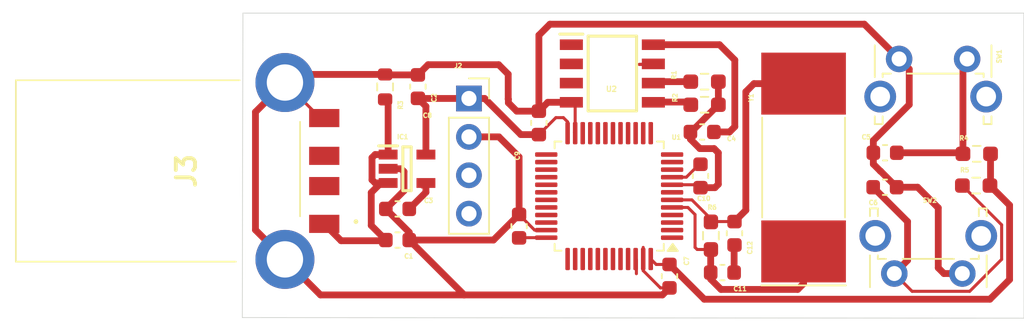
<source format=kicad_pcb>
(kicad_pcb (version 20240108) (generator "pcbnew") (generator_version "8.0")
  (layers (0 "F.Cu" signal) (31 "B.Cu" signal) (34 "B.Paste" user) (35 "F.Paste" user) (36 "B.SilkS" user "B.Silkscreen") (37 "F.SilkS" user "F.Silkscreen") (38 "B.Mask" user) (39 "F.Mask" user) (44 "Edge.Cuts" user))
  (net 0 "")
  (net 2 "GND")
  (net 3 "+3V3")
  (net 5 "/Oled_SDA")
  (net 6 "/Continue")
  (net 8 "/OSC_OUT")
  (net 11 "/EEPROM_SCL")
  (net 13 "/EEPROM_SDA")
  (net 23 "/Oled_SCL")
  (net 38 "/Reset")
  (net 40 "/OSC_IN")
  (net 43 "+5V")
  (net 44 "+3.3V")
  (net 45 "Net-(IC1-BP)")
  (net 48 "Net-(C11-Pad2)")
  (net 50 "unconnected-(U2-WP-Pad7)")
  (footprint "Capacitor_SMD:C_0603_1608Metric" (layer "F.Cu") (at 153.9 92.92 180)
    (property "Reference" "C4" (at -1.94 -0.4475 0) (layer "F.SilkS") (effects (font (size 0.3 0.3) (thickness 0.075) (bold yes))))
    (property "Value" "1.1uF")
    (fp_line (start -0.14058 0.51) (end 0.14058 0.51) (stroke (width 0.12)) (layer "F.SilkS"))
    (fp_line (start -0.14058 -0.51) (end 0.14058 -0.51) (stroke (width 0.12)) (layer "F.SilkS"))
    (pad "1" smd roundrect (at -0.775 0 180) (size 0.9 0.95) (layers "F.Cu" "F.Paste" "F.Mask") (net 3 "+3V3"))
    (pad "2" smd roundrect (at 0.775 0 180) (size 0.9 0.95) (layers "F.Cu" "F.Paste" "F.Mask") (net 2 "GND"))
  )
  (footprint "Package_QFP:LQFP-48_7x7mm_P0.5mm" (layer "F.Cu") (at 147.75 97.1625 180)
    (property "Reference" "U1" (at -4.4425 3.89 0) (layer "F.SilkS") (effects (font (size 0.3 0.3) (thickness 0.075))))
    (property "Value" "STM32F103C8Tx")
    (fp_line (start 3.61 3.61) (end 3.61 3.16) (stroke (width 0.12)) (layer "F.SilkS"))
    (fp_line (start 3.61 -3.61) (end 3.61 -3.16) (stroke (width 0.12)) (layer "F.SilkS"))
    (fp_line (start 3.16 3.61) (end 3.61 3.61) (stroke (width 0.12)) (layer "F.SilkS"))
    (fp_line (start 3.16 -3.61) (end 3.61 -3.61) (stroke (width 0.12)) (layer "F.SilkS"))
    (fp_line (start -3.16 3.61) (end -3.61 3.61) (stroke (width 0.12)) (layer "F.SilkS"))
    (fp_line (start -3.16 -3.61) (end -3.61 -3.61) (stroke (width 0.12)) (layer "F.SilkS"))
    (fp_line (start -3.61 3.61) (end -3.61 3.16) (stroke (width 0.12)) (layer "F.SilkS"))
    (fp_line (start -3.61 -3.61) (end -3.61 -3.16) (stroke (width 0.12)) (layer "F.SilkS"))
    (fp_poly (pts (xy -4.2 -3.16) (xy -4.54 -3.63) (xy -3.86 -3.63) (xy -4.2 -3.16)) (stroke (width 0.12)) (fill solid) (layer "F.SilkS"))
    (pad "1" smd roundrect (at -4.1625 -2.75 180) (size 1.475 0.3) (layers "F.Cu" "F.Paste" "F.Mask"))
    (pad "2" smd roundrect (at -4.1625 -2.25 180) (size 1.475 0.3) (layers "F.Cu" "F.Paste" "F.Mask"))
    (pad "3" smd roundrect (at -4.1625 -1.75 180) (size 1.475 0.3) (layers "F.Cu" "F.Paste" "F.Mask"))
    (pad "4" smd roundrect (at -4.1625 -1.25 180) (size 1.475 0.3) (layers "F.Cu" "F.Paste" "F.Mask"))
    (pad "5" smd roundrect (at -4.1625 -0.75 180) (size 1.475 0.3) (layers "F.Cu" "F.Paste" "F.Mask") (net 40 "/OSC_IN"))
    (pad "6" smd roundrect (at -4.1625 -0.25 180) (size 1.475 0.3) (layers "F.Cu" "F.Paste" "F.Mask") (net 8 "/OSC_OUT"))
    (pad "7" smd roundrect (at -4.1625 0.25 180) (size 1.475 0.3) (layers "F.Cu" "F.Paste" "F.Mask"))
    (pad "8" smd roundrect (at -4.1625 0.75 180) (size 1.475 0.3) (layers "F.Cu" "F.Paste" "F.Mask") (net 2 "GND"))
    (pad "9" smd roundrect (at -4.1625 1.25 180) (size 1.475 0.3) (layers "F.Cu" "F.Paste" "F.Mask") (net 44 "+3.3V"))
    (pad "10" smd roundrect (at -4.1625 1.75 180) (size 1.475 0.3) (layers "F.Cu" "F.Paste" "F.Mask"))
    (pad "11" smd roundrect (at -4.1625 2.25 180) (size 1.475 0.3) (layers "F.Cu" "F.Paste" "F.Mask"))
    (pad "12" smd roundrect (at -4.1625 2.75 180) (size 1.475 0.3) (layers "F.Cu" "F.Paste" "F.Mask"))
    (pad "13" smd roundrect (at -2.75 4.1625 180) (size 0.3 1.475) (layers "F.Cu" "F.Paste" "F.Mask"))
    (pad "14" smd roundrect (at -2.25 4.1625 180) (size 0.3 1.475) (layers "F.Cu" "F.Paste" "F.Mask"))
    (pad "15" smd roundrect (at -1.75 4.1625 180) (size 0.3 1.475) (layers "F.Cu" "F.Paste" "F.Mask") (net 38 "/Reset"))
    (pad "16" smd roundrect (at -1.25 4.1625 180) (size 0.3 1.475) (layers "F.Cu" "F.Paste" "F.Mask") (net 6 "/Continue"))
    (pad "17" smd roundrect (at -0.75 4.1625 180) (size 0.3 1.475) (layers "F.Cu" "F.Paste" "F.Mask"))
    (pad "18" smd roundrect (at -0.25 4.1625 180) (size 0.3 1.475) (layers "F.Cu" "F.Paste" "F.Mask"))
    (pad "19" smd roundrect (at 0.25 4.1625 180) (size 0.3 1.475) (layers "F.Cu" "F.Paste" "F.Mask"))
    (pad "20" smd roundrect (at 0.75 4.1625 180) (size 0.3 1.475) (layers "F.Cu" "F.Paste" "F.Mask"))
    (pad "21" smd roundrect (at 1.25 4.1625 180) (size 0.3 1.475) (layers "F.Cu" "F.Paste" "F.Mask") (net 11 "/EEPROM_SCL"))
    (pad "22" smd roundrect (at 1.75 4.1625 180) (size 0.3 1.475) (layers "F.Cu" "F.Paste" "F.Mask") (net 13 "/EEPROM_SDA"))
    (pad "23" smd roundrect (at 2.25 4.1625 180) (size 0.3 1.475) (layers "F.Cu" "F.Paste" "F.Mask") (net 2 "GND"))
    (pad "24" smd roundrect (at 2.75 4.1625 180) (size 0.3 1.475) (layers "F.Cu" "F.Paste" "F.Mask") (net 44 "+3.3V"))
    (pad "25" smd roundrect (at 4.1625 2.75 180) (size 1.475 0.3) (layers "F.Cu" "F.Paste" "F.Mask"))
    (pad "26" smd roundrect (at 4.1625 2.25 180) (size 1.475 0.3) (layers "F.Cu" "F.Paste" "F.Mask"))
    (pad "27" smd roundrect (at 4.1625 1.75 180) (size 1.475 0.3) (layers "F.Cu" "F.Paste" "F.Mask"))
    (pad "28" smd roundrect (at 4.1625 1.25 180) (size 1.475 0.3) (layers "F.Cu" "F.Paste" "F.Mask"))
    (pad "29" smd roundrect (at 4.1625 0.75 180) (size 1.475 0.3) (layers "F.Cu" "F.Paste" "F.Mask"))
    (pad "30" smd roundrect (at 4.1625 0.25 180) (size 1.475 0.3) (layers "F.Cu" "F.Paste" "F.Mask"))
    (pad "31" smd roundrect (at 4.1625 -0.25 180) (size 1.475 0.3) (layers "F.Cu" "F.Paste" "F.Mask"))
    (pad "32" smd roundrect (at 4.1625 -0.75 180) (size 1.475 0.3) (layers "F.Cu" "F.Paste" "F.Mask"))
    (pad "33" smd roundrect (at 4.1625 -1.25 180) (size 1.475 0.3) (layers "F.Cu" "F.Paste" "F.Mask"))
    (pad "34" smd roundrect (at 4.1625 -1.75 180) (size 1.475 0.3) (layers "F.Cu" "F.Paste" "F.Mask"))
    (pad "35" smd roundrect (at 4.1625 -2.25 180) (size 1.475 0.3) (layers "F.Cu" "F.Paste" "F.Mask") (net 2 "GND"))
    (pad "36" smd roundrect (at 4.1625 -2.75 180) (size 1.475 0.3) (layers "F.Cu" "F.Paste" "F.Mask") (net 44 "+3.3V"))
    (pad "37" smd roundrect (at 2.75 -4.1625 180) (size 0.3 1.475) (layers "F.Cu" "F.Paste" "F.Mask"))
    (pad "38" smd roundrect (at 2.25 -4.1625 180) (size 0.3 1.475) (layers "F.Cu" "F.Paste" "F.Mask"))
    (pad "39" smd roundrect (at 1.75 -4.1625 180) (size 0.3 1.475) (layers "F.Cu" "F.Paste" "F.Mask"))
    (pad "40" smd roundrect (at 1.25 -4.1625 180) (size 0.3 1.475) (layers "F.Cu" "F.Paste" "F.Mask"))
    (pad "41" smd roundrect (at 0.75 -4.1625 180) (size 0.3 1.475) (layers "F.Cu" "F.Paste" "F.Mask"))
    (pad "42" smd roundrect (at 0.25 -4.1625 180) (size 0.3 1.475) (layers "F.Cu" "F.Paste" "F.Mask"))
    (pad "43" smd roundrect (at -0.25 -4.1625 180) (size 0.3 1.475) (layers "F.Cu" "F.Paste" "F.Mask"))
    (pad "44" smd roundrect (at -0.75 -4.1625 180) (size 0.3 1.475) (layers "F.Cu" "F.Paste" "F.Mask"))
    (pad "45" smd roundrect (at -1.25 -4.1625 180) (size 0.3 1.475) (layers "F.Cu" "F.Paste" "F.Mask") (net 23 "/Oled_SCL"))
    (pad "46" smd roundrect (at -1.75 -4.1625 180) (size 0.3 1.475) (layers "F.Cu" "F.Paste" "F.Mask") (net 5 "/Oled_SDA"))
    (pad "47" smd roundrect (at -2.25 -4.1625 180) (size 0.3 1.475) (layers "F.Cu" "F.Paste" "F.Mask") (net 2 "GND"))
    (pad "48" smd roundrect (at -2.75 -4.1625 180) (size 0.3 1.475) (layers "F.Cu" "F.Paste" "F.Mask") (net 44 "+3.3V"))
  )
  (footprint "Connector_PinSocket_2.54mm:PinSocket_1x04_P2.54mm_Vertical" (layer "F.Cu") (at 138.4725 90.705)
    (property "Reference" "J2" (at -0.7125 -2.155 0) (layer "F.SilkS") (effects (font (size 0.3 0.3) (thickness 0.075))))
    (property "Value" "Conn_01x04_Pin")
    (fp_line (start -1.33 1.27) (end -1.33 8.95) (stroke (width 0.12)) (layer "F.SilkS"))
    (fp_line (start -1.33 1.27) (end 1.33 1.27) (stroke (width 0.12)) (layer "F.SilkS"))
    (fp_line (start -1.33 8.95) (end 1.33 8.95) (stroke (width 0.12)) (layer "F.SilkS"))
    (fp_line (start 0 -1.33) (end 1.33 -1.33) (stroke (width 0.12)) (layer "F.SilkS"))
    (fp_line (start 1.33 -1.33) (end 1.33 0) (stroke (width 0.12)) (layer "F.SilkS"))
    (fp_line (start 1.33 1.27) (end 1.33 8.95) (stroke (width 0.12)) (layer "F.SilkS"))
    (pad "1" thru_hole rect (at 0 0) (size 1.7 1.7) (drill 1) (layers "*.Cu" "*.Mask") (net 44 "+3.3V"))
    (pad "2" thru_hole oval (at 0 2.54) (size 1.7 1.7) (drill 1) (layers "*.Cu" "*.Mask") (net 2 "GND"))
    (pad "3" thru_hole oval (at 0 5.08) (size 1.7 1.7) (drill 1) (layers "*.Cu" "*.Mask") (net 23 "/Oled_SCL"))
    (pad "4" thru_hole oval (at 0 7.62) (size 1.7 1.7) (drill 1) (layers "*.Cu" "*.Mask") (net 5 "/Oled_SDA"))
  )
  (footprint "Resistor_SMD:R_0603_1608Metric_Pad0.98x0.95mm_HandSolder" (layer "F.Cu") (at 154.06 89.5925 180)
    (property "Reference" "R1" (at 2.02 0.4425 90) (layer "F.SilkS") (effects (font (size 0.3 0.3) (thickness 0.075) (bold yes))))
    (property "Value" "10K")
    (fp_line (start -0.254724 0.5225) (end 0.254724 0.5225) (stroke (width 0.12)) (layer "F.SilkS"))
    (fp_line (start -0.254724 -0.5225) (end 0.254724 -0.5225) (stroke (width 0.12)) (layer "F.SilkS"))
    (pad "1" smd roundrect (at -0.9125 0 180) (size 0.975 0.95) (layers "F.Cu" "F.Paste" "F.Mask") (net 2 "GND"))
    (pad "2" smd roundrect (at 0.9125 0 180) (size 0.975 0.95) (layers "F.Cu" "F.Paste" "F.Mask") (net 11 "/EEPROM_SCL"))
  )
  (footprint "Capacitor_SMD:C_0603_1608Metric" (layer "F.Cu") (at 135.0964 89.9201 90)
    (property "Reference" "C2" (at -0.745 1.07 90) (layer "F.SilkS") (effects (font (size 0.3 0.3) (thickness 0.075))))
    (property "Value" "2.2uF")
    (fp_line (start -0.14058 -0.51) (end 0.14058 -0.51) (stroke (width 0.12)) (layer "F.SilkS"))
    (fp_line (start -0.14058 0.51) (end 0.14058 0.51) (stroke (width 0.12)) (layer "F.SilkS"))
    (pad "1" smd roundrect (at -0.775 0 90) (size 0.9 0.95) (layers "F.Cu" "F.Paste" "F.Mask") (net 44 "+3.3V"))
    (pad "2" smd roundrect (at 0.775 0 90) (size 0.9 0.95) (layers "F.Cu" "F.Paste" "F.Mask") (net 2 "GND"))
  )
  (footprint "Capacitor_SMD:C_0603_1608Metric" (layer "F.Cu") (at 153.79 95.83 -90)
    (property "Reference" "C10" (at 1.49 -0.22 0) (layer "F.SilkS") (effects (font (size 0.3 0.3) (thickness 0.075))))
    (property "Value" "100 nF")
    (fp_line (start -0.14058 0.51) (end 0.14058 0.51) (stroke (width 0.12)) (layer "F.SilkS"))
    (fp_line (start -0.14058 -0.51) (end 0.14058 -0.51) (stroke (width 0.12)) (layer "F.SilkS"))
    (pad "1" smd roundrect (at -0.775 0 270) (size 0.9 0.95) (layers "F.Cu" "F.Paste" "F.Mask") (net 44 "+3.3V"))
    (pad "2" smd roundrect (at 0.775 0 270) (size 0.9 0.95) (layers "F.Cu" "F.Paste" "F.Mask") (net 2 "GND"))
  )
  (footprint "Capacitor_SMD:C_0603_1608Metric" (layer "F.Cu") (at 133.75 100.07)
    (property "Reference" "C1" (at 0.74 1.07 0) (layer "F.SilkS") (effects (font (size 0.3 0.3) (thickness 0.075) (bold yes))))
    (property "Value" "2.2uF")
    (fp_line (start -0.14058 -0.51) (end 0.14058 -0.51) (stroke (width 0.12)) (layer "F.SilkS"))
    (fp_line (start -0.14058 0.51) (end 0.14058 0.51) (stroke (width 0.12)) (layer "F.SilkS"))
    (pad "1" smd roundrect (at -0.775 0) (size 0.9 0.95) (layers "F.Cu" "F.Paste" "F.Mask") (net 43 "+5V"))
    (pad "2" smd roundrect (at 0.775 0) (size 0.9 0.95) (layers "F.Cu" "F.Paste" "F.Mask") (net 2 "GND"))
  )
  (footprint "Resistor_SMD:R_0603_1608Metric_Pad0.98x0.95mm_HandSolder" (layer "F.Cu") (at 172.065 94.36625 180)
    (property "Reference" "R4" (at 0.8425 1.03 0) (layer "F.SilkS") (effects (font (size 0.3 0.3) (thickness 0.075))))
    (property "Value" "10k")
    (fp_line (start -0.254724 0.5225) (end 0.254724 0.5225) (stroke (width 0.12)) (layer "F.SilkS"))
    (fp_line (start -0.254724 -0.5225) (end 0.254724 -0.5225) (stroke (width 0.12)) (layer "F.SilkS"))
    (pad "1" smd roundrect (at -0.9125 0 180) (size 0.975 0.95) (layers "F.Cu" "F.Paste" "F.Mask") (net 44 "+3.3V"))
    (pad "2" smd roundrect (at 0.9125 0 180) (size 0.975 0.95) (layers "F.Cu" "F.Paste" "F.Mask") (net 38 "/Reset"))
  )
  (footprint "Button_Switch_THT:SW_Tactile_SPST_Angled_PTS645Vx39-2LFS" (layer "F.Cu") (at 171.1125 102.28625 180)
    (property "Reference" "SW2" (at 2.1525 4.83625 180) (layer "F.SilkS") (effects (font (size 0.3 0.3) (thickness 0.075))))
    (property "Value" "Continue")
    (fp_line (start 6.11 3.8) (end 6.11 4.31) (stroke (width 0.12)) (layer "F.SilkS"))
    (fp_line (start 6.11 -0.9) (end 6.11 1.2) (stroke (width 0.12)) (layer "F.SilkS"))
    (fp_line (start 5.59 4.31) (end 6.11 4.31) (stroke (width 0.12)) (layer "F.SilkS"))
    (fp_line (start 5.59 3.8) (end 5.59 4.31) (stroke (width 0.12)) (layer "F.SilkS"))
    (fp_line (start 5.59 0.97) (end 5.59 1.2) (stroke (width 0.12)) (layer "F.SilkS"))
    (fp_line (start 5.05 0.97) (end 5.59 0.97) (stroke (width 0.12)) (layer "F.SilkS"))
    (fp_line (start 0.55 0.97) (end 3.95 0.97) (stroke (width 0.12)) (layer "F.SilkS"))
    (fp_line (start -1.09 3.8) (end -1.09 4.31) (stroke (width 0.12)) (layer "F.SilkS"))
    (fp_line (start -1.09 0.97) (end -0.55 0.97) (stroke (width 0.12)) (layer "F.SilkS"))
    (fp_line (start -1.09 0.97) (end -1.09 1.2) (stroke (width 0.12)) (layer "F.SilkS"))
    (fp_line (start -1.61 4.31) (end -1.09 4.31) (stroke (width 0.12)) (layer "F.SilkS"))
    (fp_line (start -1.61 3.8) (end -1.61 4.31) (stroke (width 0.12)) (layer "F.SilkS"))
    (fp_line (start -1.61 -0.9) (end -1.61 1.2) (stroke (width 0.12)) (layer "F.SilkS"))
    (pad "" thru_hole circle (at -1.25 2.49 180) (size 2.1 2.1) (drill 1.3) (layers "*.Cu" "*.Mask"))
    (pad "" thru_hole circle (at 5.76 2.49 180) (size 2.1 2.1) (drill 1.3) (layers "*.Cu" "*.Mask"))
    (pad "1" thru_hole circle (at 0 0 180) (size 1.75 1.75) (drill 0.99) (layers "*.Cu" "*.Mask") (net 2 "GND"))
    (pad "2" thru_hole circle (at 4.5 0 180) (size 1.75 1.75) (drill 0.99) (layers "*.Cu" "*.Mask") (net 6 "/Continue"))
  )
  (footprint "Capacitor_SMD:C_0603_1608Metric" (layer "F.Cu") (at 156.04 99.6225 90)
    (property "Reference" "C12" (at -0.96 1.02 -90) (layer "F.SilkS") (effects (font (size 0.3 0.3) (thickness 0.075))))
    (property "Value" "C_Small")
    (fp_line (start -0.14058 -0.51) (end 0.14058 -0.51) (stroke (width 0.12)) (layer "F.SilkS"))
    (fp_line (start -0.14058 0.51) (end 0.14058 0.51) (stroke (width 0.12)) (layer "F.SilkS"))
    (pad "1" smd roundrect (at -0.775 0 90) (size 0.9 0.95) (layers "F.Cu" "F.Paste" "F.Mask") (net 48 "Net-(C11-Pad2)"))
    (pad "2" smd roundrect (at 0.775 0 90) (size 0.9 0.95) (layers "F.Cu" "F.Paste" "F.Mask") (net 8 "/OSC_OUT"))
  )
  (footprint "Capacitor_SMD:C_0603_1608Metric" (layer "F.Cu") (at 166 94.29625 180)
    (property "Reference" "C5" (at 1.25 1.04 0) (layer "F.SilkS") (effects (font (size 0.3 0.3) (thickness 0.075))))
    (property "Value" "10uF")
    (fp_line (start -0.14058 0.51) (end 0.14058 0.51) (stroke (width 0.12)) (layer "F.SilkS"))
    (fp_line (start -0.14058 -0.51) (end 0.14058 -0.51) (stroke (width 0.12)) (layer "F.SilkS"))
    (pad "1" smd roundrect (at -0.775 0 180) (size 0.9 0.95) (layers "F.Cu" "F.Paste" "F.Mask") (net 38 "/Reset"))
    (pad "2" smd roundrect (at 0.775 0 180) (size 0.9 0.95) (layers "F.Cu" "F.Paste" "F.Mask") (net 2 "GND"))
  )
  (footprint "Button_Switch_THT:SW_Tactile_SPST_Angled_PTS645Vx39-2LFS" (layer "F.Cu") (at 166.93 88.09)
    (property "Reference" "SW1" (at 6.62 -0.17 90) (layer "F.SilkS") (effects (font (size 0.3 0.3) (thickness 0.075))))
    (property "Value" "Reset")
    (fp_line (start -1.61 -0.9) (end -1.61 1.2) (stroke (width 0.12)) (layer "F.SilkS"))
    (fp_line (start -1.61 3.8) (end -1.61 4.31) (stroke (width 0.12)) (layer "F.SilkS"))
    (fp_line (start -1.61 4.31) (end -1.09 4.31) (stroke (width 0.12)) (layer "F.SilkS"))
    (fp_line (start -1.09 0.97) (end -1.09 1.2) (stroke (width 0.12)) (layer "F.SilkS"))
    (fp_line (start -1.09 0.97) (end -0.55 0.97) (stroke (width 0.12)) (layer "F.SilkS"))
    (fp_line (start -1.09 3.8) (end -1.09 4.31) (stroke (width 0.12)) (layer "F.SilkS"))
    (fp_line (start 0.55 0.97) (end 3.95 0.97) (stroke (width 0.12)) (layer "F.SilkS"))
    (fp_line (start 5.05 0.97) (end 5.59 0.97) (stroke (width 0.12)) (layer "F.SilkS"))
    (fp_line (start 5.59 0.97) (end 5.59 1.2) (stroke (width 0.12)) (layer "F.SilkS"))
    (fp_line (start 5.59 3.8) (end 5.59 4.31) (stroke (width 0.12)) (layer "F.SilkS"))
    (fp_line (start 5.59 4.31) (end 6.11 4.31) (stroke (width 0.12)) (layer "F.SilkS"))
    (fp_line (start 6.11 -0.9) (end 6.11 1.2) (stroke (width 0.12)) (layer "F.SilkS"))
    (fp_line (start 6.11 3.8) (end 6.11 4.31) (stroke (width 0.12)) (layer "F.SilkS"))
    (pad "" thru_hole circle (at -1.25 2.49) (size 2.1 2.1) (drill 1.3) (layers "*.Cu" "*.Mask"))
    (pad "" thru_hole circle (at 5.76 2.49) (size 2.1 2.1) (drill 1.3) (layers "*.Cu" "*.Mask"))
    (pad "1" thru_hole circle (at 0 0) (size 1.75 1.75) (drill 0.99) (layers "*.Cu" "*.Mask") (net 2 "GND"))
    (pad "2" thru_hole circle (at 4.5 0) (size 1.75 1.75) (drill 0.99) (layers "*.Cu" "*.Mask") (net 38 "/Reset"))
  )
  (footprint "Resistor_SMD:R_0603_1608Metric_Pad0.98x0.95mm_HandSolder" (layer "F.Cu") (at 154.48 99.7825 90)
    (property "Reference" "R6" (at 1.8725 0.08 180) (layer "F.SilkS") (effects (font (size 0.3 0.3) (thickness 0.075))))
    (property "Value" "R")
    (fp_line (start -0.254724 -0.5225) (end 0.254724 -0.5225) (stroke (width 0.12)) (layer "F.SilkS"))
    (fp_line (start -0.254724 0.5225) (end 0.254724 0.5225) (stroke (width 0.12)) (layer "F.SilkS"))
    (pad "1" smd roundrect (at -0.9125 0 90) (size 0.975 0.95) (layers "F.Cu" "F.Paste" "F.Mask") (net 40 "/OSC_IN"))
    (pad "2" smd roundrect (at 0.9125 0 90) (size 0.975 0.95) (layers "F.Cu" "F.Paste" "F.Mask") (net 8 "/OSC_OUT"))
  )
  (footprint "Capacitor_SMD:C_0603_1608Metric" (layer "F.Cu") (at 133.75 98.01 180)
    (property "Reference" "C3" (at -2.05 0.55 0) (layer "F.SilkS") (effects (font (size 0.3 0.3) (thickness 0.075) (bold yes))))
    (property "Value" "22nF")
    (fp_line (start -0.14058 0.51) (end 0.14058 0.51) (stroke (width 0.12)) (layer "F.SilkS"))
    (fp_line (start -0.14058 -0.51) (end 0.14058 -0.51) (stroke (width 0.12)) (layer "F.SilkS"))
    (pad "1" smd roundrect (at -0.775 0 180) (size 0.9 0.95) (layers "F.Cu" "F.Paste" "F.Mask") (net 45 "Net-(IC1-BP)"))
    (pad "2" smd roundrect (at 0.775 0 180) (size 0.9 0.95) (layers "F.Cu" "F.Paste" "F.Mask") (net 2 "GND"))
  )
  (footprint "Capacitor_SMD:C_0603_1608Metric" (layer "F.Cu") (at 165.99 96.57625)
    (property "Reference" "C6" (at -0.77 1.02 0) (layer "F.SilkS") (effects (font (size 0.3 0.3) (thickness 0.075))))
    (property "Value" "10uF")
    (fp_line (start -0.14058 -0.51) (end 0.14058 -0.51) (stroke (width 0.12)) (layer "F.SilkS"))
    (fp_line (start -0.14058 0.51) (end 0.14058 0.51) (stroke (width 0.12)) (layer "F.SilkS"))
    (pad "1" smd roundrect (at -0.775 0) (size 0.9 0.95) (layers "F.Cu" "F.Paste" "F.Mask") (net 6 "/Continue"))
    (pad "2" smd roundrect (at 0.775 0) (size 0.9 0.95) (layers "F.Cu" "F.Paste" "F.Mask") (net 2 "GND"))
  )
  (footprint "Capacitor_SMD:C_0603_1608Metric" (layer "F.Cu") (at 141.79 99.15 90)
    (property "Reference" "C8" (at 7.32 -6.0675 0) (layer "F.SilkS") (effects (font (size 0.3 0.3) (thickness 0.075))))
    (property "Value" "100 nF")
    (fp_line (start -0.14058 -0.51) (end 0.14058 -0.51) (stroke (width 0.12)) (layer "F.SilkS"))
    (fp_line (start -0.14058 0.51) (end 0.14058 0.51) (stroke (width 0.12)) (layer "F.SilkS"))
    (pad "1" smd roundrect (at -0.775 0 90) (size 0.9 0.95) (layers "F.Cu" "F.Paste" "F.Mask") (net 44 "+3.3V"))
    (pad "2" smd roundrect (at 0.775 0 90) (size 0.9 0.95) (layers "F.Cu" "F.Paste" "F.Mask") (net 2 "GND"))
  )
  (footprint "USBA_Male_connector:480372100" (layer "F.Cu") (at 117.9 95.5 -90)
    (property "Reference" "J3" (at 0 -1.875 90) (layer "F.SilkS") (effects (font (size 1.27 1.27) (thickness 0.254))))
    (property "Value" "48037-2100" (hide yes))
    (fp_line (start -6 9.4) (end -6 9.4) (stroke (width 0.1)) (layer "F.SilkS"))
    (fp_line (start -6 9.4) (end -6 9.4) (stroke (width 0.1)) (layer "F.SilkS"))
    (fp_line (start -6 9.4) (end 6 9.4) (stroke (width 0.1)) (layer "F.SilkS"))
    (fp_line (start -6 9.4) (end -6 -5.4) (stroke (width 0.1)) (layer "F.SilkS"))
    (fp_line (start 6 9.4) (end -6 9.4) (stroke (width 0.1)) (layer "F.SilkS"))
    (fp_line (start 6 9.4) (end 6 9.4) (stroke (width 0.1)) (layer "F.SilkS"))
    (fp_line (start 6 9.4) (end 6 9.4) (stroke (width 0.1)) (layer "F.SilkS"))
    (fp_line (start 6 9.4) (end 6 -5.15) (stroke (width 0.1)) (layer "F.SilkS"))
    (fp_line (start 6 -5.15) (end 6 9.4) (stroke (width 0.1)) (layer "F.SilkS"))
    (fp_line (start 6 -5.15) (end 6 -5.15) (stroke (width 0.1)) (layer "F.SilkS"))
    (fp_line (start -6 -5.4) (end -6 9.4) (stroke (width 0.1)) (layer "F.SilkS"))
    (fp_line (start -6 -5.4) (end -6 -5.4) (stroke (width 0.1)) (layer "F.SilkS"))
    (fp_line (start -3.25 -9.4) (end -3.25 -9.4) (stroke (width 0.1)) (layer "F.SilkS"))
    (fp_line (start -3.25 -9.4) (end 3 -9.4) (stroke (width 0.1)) (layer "F.SilkS"))
    (fp_line (start 3 -9.4) (end -3.25 -9.4) (stroke (width 0.1)) (layer "F.SilkS"))
    (fp_line (start 3 -9.4) (end 3 -9.4) (stroke (width 0.1)) (layer "F.SilkS"))
    (fp_line (start 3.3 -13.1) (end 3.3 -13.1) (stroke (width 0.2)) (layer "F.SilkS"))
    (fp_line (start 3.3 -13.1) (end 3.3 -13.1) (stroke (width 0.2)) (layer "F.SilkS"))
    (fp_line (start 3.4 -13.1) (end 3.4 -13.1) (stroke (width 0.2)) (layer "F.SilkS"))
    (fp_arc (start 3.3 -13.1) (mid 3.35 -13.15) (end 3.4 -13.1) (stroke (width 0.2)) (layer "F.SilkS"))
    (fp_arc (start 3.4 -13.1) (mid 3.35 -13.05) (end 3.3 -13.1) (stroke (width 0.2)) (layer "F.SilkS"))
    (fp_arc (start 3.4 -13.1) (mid 3.35 -13.05) (end 3.3 -13.1) (stroke (width 0.2)) (layer "F.SilkS"))
    (pad "" np_thru_hole circle (at -2.25 -8.4 270) (size 1.1 1.1) (drill 1.1) (layers "*.Cu" "*.Mask"))
    (pad "" np_thru_hole circle (at 2.25 -8.4 270) (size 1.1 1.1) (drill 1.1) (layers "*.Cu" "*.Mask"))
    (pad "1" smd rect (at 3.5 -11 270) (size 1.2 2) (layers "F.Cu" "F.Paste" "F.Mask") (net 43 "+5V"))
    (pad "2" smd rect (at 1 -11 270) (size 1.2 2) (layers "F.Cu" "F.Paste" "F.Mask"))
    (pad "3" smd rect (at -1 -11 270) (size 1.2 2) (layers "F.Cu" "F.Paste" "F.Mask"))
    (pad "4" smd rect (at -3.5 -11 270) (size 1.2 2) (layers "F.Cu" "F.Paste" "F.Mask") (net 2 "GND"))
    (pad "MH1" thru_hole circle (at 5.85 -8.4 270) (size 3.9 3.9) (drill 2.404) (layers "*.Cu" "*.Mask") (net 2 "GND"))
    (pad "MH2" thru_hole circle (at -5.85 -8.4 270) (size 3.9 3.9) (drill 2.404) (layers "*.Cu" "*.Mask") (net 2 "GND"))
  )
  (footprint "KiCad:SOT94P279X130-5N" (layer "F.Cu") (at 134.3764 95.3551)
    (property "Reference" "IC1" (at -0.29 -2.11 0) (layer "F.SilkS") (effects (font (size 0.3 0.3))))
    (property "Value" "RT9193-33GB" (hide yes))
    (fp_line (start -1.875 -1.514) (end -0.625 -1.514) (stroke (width 0.2)) (layer "F.SilkS"))
    (fp_line (start -0.275 -1.448) (end 0.275 -1.448) (stroke (width 0.2)) (layer "F.SilkS"))
    (fp_line (start -0.275 1.448) (end -0.275 -1.448) (stroke (width 0.2)) (layer "F.SilkS"))
    (fp_line (start 0.275 -1.448) (end 0.275 1.448) (stroke (width 0.2)) (layer "F.SilkS"))
    (fp_line (start 0.275 1.448) (end -0.275 1.448) (stroke (width 0.2)) (layer "F.SilkS"))
    (pad "1" smd rect (at -1.25 -0.94 90) (size 0.65 1.25) (layers "F.Cu" "F.Paste" "F.Mask") (net 43 "+5V"))
    (pad "2" smd rect (at -1.25 0 90) (size 0.65 1.25) (layers "F.Cu" "F.Paste" "F.Mask") (net 2 "GND"))
    (pad "3" smd rect (at -1.25 0.94 90) (size 0.65 1.25) (layers "F.Cu" "F.Paste" "F.Mask") (net 43 "+5V"))
    (pad "4" smd rect (at 1.25 0.94 90) (size 0.65 1.25) (layers "F.Cu" "F.Paste" "F.Mask") (net 45 "Net-(IC1-BP)"))
    (pad "5" smd rect (at 1.25 -0.94 90) (size 0.65 1.25) (layers "F.Cu" "F.Paste" "F.Mask") (net 44 "+3.3V"))
  )
  (footprint "Crystal:Crystal_SMD_SeikoEpson_MA505-2Pin_12.7x5.1mm" (layer "F.Cu") (at 160.61 95.2725 90)
    (property "Reference" "Y1" (at 4.62 -3.47 90) (layer "F.SilkS") (effects (font (size 0.3 0.3) (thickness 0.075))))
    (property "Value" "Crystal")
    (fp_line (start -7.8 -2.8) (end -7.8 2.8) (stroke (width 0.12)) (layer "F.SilkS"))
    (fp_line (start -3.3 -2.74) (end 3.3 -2.74) (stroke (width 0.12)) (layer "F.SilkS"))
    (fp_line (start -3.3 2.74) (end 3.3 2.74) (stroke (width 0.12)) (layer "F.SilkS"))
    (pad "1" smd rect (at -5.55 0 90) (size 4.1 5.6) (layers "F.Cu" "F.Paste" "F.Mask") (net 40 "/OSC_IN"))
    (pad "2" smd rect (at 5.55 0 90) (size 4.1 5.6) (layers "F.Cu" "F.Paste" "F.Mask") (net 8 "/OSC_OUT"))
  )
  (footprint "Capacitor_SMD:C_0603_1608Metric" (layer "F.Cu") (at 151.74 102.46 -90)
    (property "Reference" "C7" (at -1.0025 -1.13 90) (layer "F.SilkS") (effects (font (size 0.3 0.3) (thickness 0.075))))
    (property "Value" "100 nF")
    (fp_line (start -0.14058 0.51) (end 0.14058 0.51) (stroke (width 0.12)) (layer "F.SilkS"))
    (fp_line (start -0.14058 -0.51) (end 0.14058 -0.51) (stroke (width 0.12)) (layer "F.SilkS"))
    (pad "1" smd roundrect (at -0.775 0 270) (size 0.9 0.95) (layers "F.Cu" "F.Paste" "F.Mask") (net 44 "+3.3V"))
    (pad "2" smd roundrect (at 0.775 0 270) (size 0.9 0.95) (layers "F.Cu" "F.Paste" "F.Mask") (net 2 "GND"))
  )
  (footprint "Capacitor_SMD:C_0603_1608Metric" (layer "F.Cu") (at 155.24 102.2225)
    (property "Reference" "C11" (at 1.17 1.07 180) (layer "F.SilkS") (effects (font (size 0.3 0.3) (thickness 0.075))))
    (property "Value" "C_Small")
    (fp_line (start -0.14058 -0.51) (end 0.14058 -0.51) (stroke (width 0.12)) (layer "F.SilkS"))
    (fp_line (start -0.14058 0.51) (end 0.14058 0.51) (stroke (width 0.12)) (layer "F.SilkS"))
    (pad "1" smd roundrect (at -0.775 0) (size 0.9 0.95) (layers "F.Cu" "F.Paste" "F.Mask") (net 40 "/OSC_IN"))
    (pad "2" smd roundrect (at 0.775 0) (size 0.9 0.95) (layers "F.Cu" "F.Paste" "F.Mask") (net 48 "Net-(C11-Pad2)"))
  )
  (footprint "Resistor_SMD:R_0603_1608Metric" (layer "F.Cu") (at 132.9264 89.9401 90)
    (property "Reference" "R3" (at -1.205 1.02 -90) (layer "F.SilkS") (effects (font (size 0.3 0.3) (thickness 0.075))))
    (property "Value" "100k")
    (fp_line (start -0.237258 -0.5225) (end 0.237258 -0.5225) (stroke (width 0.12)) (layer "F.SilkS"))
    (fp_line (start -0.237258 0.5225) (end 0.237258 0.5225) (stroke (width 0.12)) (layer "F.SilkS"))
    (pad "1" smd roundrect (at -0.825 0 90) (size 0.8 0.95) (layers "F.Cu" "F.Paste" "F.Mask") (net 43 "+5V"))
    (pad "2" smd roundrect (at 0.825 0 90) (size 0.8 0.95) (layers "F.Cu" "F.Paste" "F.Mask") (net 2 "GND"))
  )
  (footprint "Resistor_SMD:R_0603_1608Metric_Pad0.98x0.95mm_HandSolder" (layer "F.Cu") (at 172.0275 96.46625 180)
    (property "Reference" "R5" (at 0.7575 1.02625 0) (layer "F.SilkS") (effects (font (size 0.3 0.3) (thickness 0.075))))
    (property "Value" "10k")
    (fp_line (start -0.254724 0.5225) (end 0.254724 0.5225) (stroke (width 0.12)) (layer "F.SilkS"))
    (fp_line (start -0.254724 -0.5225) (end 0.254724 -0.5225) (stroke (width 0.12)) (layer "F.SilkS"))
    (pad "1" smd roundrect (at -0.9125 0 180) (size 0.975 0.95) (layers "F.Cu" "F.Paste" "F.Mask") (net 44 "+3.3V"))
    (pad "2" smd roundrect (at 0.9125 0 180) (size 0.975 0.95) (layers "F.Cu" "F.Paste" "F.Mask") (net 6 "/Continue"))
  )
  (footprint "Resistor_SMD:R_0603_1608Metric_Pad0.98x0.95mm_HandSolder" (layer "F.Cu") (at 154.06 91.12 180)
    (property "Reference" "R2" (at 1.95 0.4625 90) (layer "F.SilkS") (effects (font (size 0.3 0.3) (thickness 0.075) (bold yes))))
    (property "Value" "10K")
    (fp_line (start -0.254724 0.5225) (end 0.254724 0.5225) (stroke (width 0.12)) (layer "F.SilkS"))
    (fp_line (start -0.254724 -0.5225) (end 0.254724 -0.5225) (stroke (width 0.12)) (layer "F.SilkS"))
    (pad "1" smd roundrect (at -0.9125 0 180) (size 0.975 0.95) (layers "F.Cu" "F.Paste" "F.Mask") (net 2 "GND"))
    (pad "2" smd roundrect (at 0.9125 0 180) (size 0.975 0.95) (layers "F.Cu" "F.Paste" "F.Mask") (net 13 "/EEPROM_SDA"))
  )
  (footprint "24C256:SOIC127P600X175-8N" (layer "F.Cu") (at 147.96 89.0525)
    (property "Reference" "U2" (at -0.06 1.0275 0) (layer "F.SilkS") (effects (font (size 0.35 0.35) (thickness 0.08) (bold yes))))
    (property "Value" "CAT24C256" (hide yes))
    (fp_line (start -3.475 -2.605) (end -1.95 -2.605) (stroke (width 0.2)) (layer "F.SilkS"))
    (fp_line (start -1.6 -2.472) (end 1.6 -2.472) (stroke (width 0.2)) (layer "F.SilkS"))
    (fp_line (start -1.6 2.472) (end -1.6 -2.472) (stroke (width 0.2)) (layer "F.SilkS"))
    (fp_line (start 1.6 -2.472) (end 1.6 2.472) (stroke (width 0.2)) (layer "F.SilkS"))
    (fp_line (start 1.6 2.472) (end -1.6 2.472) (stroke (width 0.2)) (layer "F.SilkS"))
    (pad "1" smd rect (at -2.712 -1.905 90) (size 0.7 1.525) (layers "F.Cu" "F.Paste" "F.Mask"))
    (pad "2" smd rect (at -2.712 -0.635 90) (size 0.7 1.525) (layers "F.Cu" "F.Paste" "F.Mask"))
    (pad "3" smd rect (at -2.712 0.635 90) (size 0.7 1.525) (layers "F.Cu" "F.Paste" "F.Mask"))
    (pad "4" smd rect (at -2.712 1.905 90) (size 0.7 1.525) (layers "F.Cu" "F.Paste" "F.Mask") (net 2 "GND"))
    (pad "5" smd rect (at 2.712 1.905 90) (size 0.7 1.525) (layers "F.Cu" "F.Paste" "F.Mask") (net 13 "/EEPROM_SDA"))
    (pad "6" smd rect (at 2.712 0.635 90) (size 0.7 1.525) (layers "F.Cu" "F.Paste" "F.Mask") (net 11 "/EEPROM_SCL"))
    (pad "7" smd rect (at 2.712 -0.635 90) (size 0.7 1.525) (layers "F.Cu" "F.Paste" "F.Mask") (net 50 "unconnected-(U2-WP-Pad7)"))
    (pad "8" smd rect (at 2.712 -1.905 90) (size 0.7 1.525) (layers "F.Cu" "F.Paste" "F.Mask") (net 3 "+3V3"))
  )
  (footprint "Capacitor_SMD:C_0603_1608Metric" (layer "F.Cu") (at 143.1 92.32 90)
    (property "Reference" "C9" (at -2.1801 -1.4261 90) (layer "F.SilkS") (effects (font (size 0.3 0.3) (thickness 0.075))))
    (property "Value" "100 nF")
    (fp_line (start -0.14058 -0.51) (end 0.14058 -0.51) (stroke (width 0.12)) (layer "F.SilkS"))
    (fp_line (start -0.14058 0.51) (end 0.14058 0.51) (stroke (width 0.12)) (layer "F.SilkS"))
    (pad "1" smd roundrect (at -0.775 0 90) (size 0.9 0.95) (layers "F.Cu" "F.Paste" "F.Mask") (net 44 "+3.3V"))
    (pad "2" smd roundrect (at 0.775 0 90) (size 0.9 0.95) (layers "F.Cu" "F.Paste" "F.Mask") (net 2 "GND"))
  )
  (gr_line (start 175.19 105.24) (end 123.48 105.2) (stroke (width 0.05)) (layer "Edge.Cuts"))
  (gr_line (start 123.52 85.06) (end 175.18 85.06) (stroke (width 0.05)) (layer "Edge.Cuts"))
  (gr_line (start 175.18 85.06) (end 175.19 105.24) (stroke (width 0.05)) (layer "Edge.Cuts"))
  (gr_line (start 123.48 105.2) (end 123.52 85.06) (stroke (width 0.05)) (layer "Edge.Cuts"))
  (segment (start 145.45 92.95) (end 145.5 93) (width 0.2) (layer "F.Cu") (net 2))
  (segment (start 140.455 93.245) (end 138.4725 93.245) (width 0.45) (layer "F.Cu") (net 2))
  (segment (start 169.52 97.94) (end 168.15625 96.57625) (width 0.45) (layer "F.Cu") (net 2))
  (segment (start 138.155 103.7) (end 134.525 100.07) (width 0.45) (layer "F.Cu") (net 2))
  (segment (start 141.79 94.58) (end 140.455 93.245) (width 0.45) (layer "F.Cu") (net 2))
  (segment (start 169.52 101.91) (end 169.52 97.94) (width 0.45) (layer "F.Cu") (net 2))
  (segment (start 134.1764 95.5451) (end 133.9864 95.3551) (width 0.45) (layer "F.Cu") (net 2))
  (segment (start 143.1 91.545) (end 141.635 91.545) (width 0.45) (layer "F.Cu") (net 2))
  (segment (start 166.93 88.09) (end 164.63 85.79) (width 0.45) (layer "F.Cu") (net 2))
  (segment (start 128.65 103.7) (end 126.3 101.35) (width 0.45) (layer "F.Cu") (net 2))
  (segment (start 165.215 94.30625) (end 165.225 94.29625) (width 0.2) (layer "F.Cu") (net 2))
  (segment (start 133.9864 95.3551) (end 133.1264 95.3551) (width 0.45) (layer "F.Cu") (net 2))
  (segment (start 143.6875 90.9575) (end 143.1 91.545) (width 0.45) (layer "F.Cu") (net 2))
  (segment (start 167.599999 88.759999) (end 166.93 88.09) (width 0.45) (layer "F.Cu") (net 2))
  (segment (start 154.9725 91.12) (end 154.9725 89.5925) (width 0.45) (layer "F.Cu") (net 2))
  (segment (start 141.08 90.99) (end 141.08 90.75) (width 0.45) (layer "F.Cu") (net 2))
  (segment (start 141.79 98.375) (end 140.095 100.07) (width 0.45) (layer "F.Cu") (net 2))
  (segment (start 154.69 94.02) (end 154.97 94.3) (width 0.45) (layer "F.Cu") (net 2))
  (segment (start 154.745 96.605) (end 153.79 96.605) (width 0.45) (layer "F.Cu") (net 2))
  (segment (start 166.765 96.57625) (end 165.69875 95.51) (width 0.45) (layer "F.Cu") (net 2))
  (segment (start 150 102.09491) (end 150 101.325) (width 0.2) (layer "F.Cu") (net 2))
  (segment (start 132.975 98.01) (end 134.1764 96.8086) (width 0.45) (layer "F.Cu") (net 2))
  (segment (start 168.15625 96.57625) (end 166.765 96.57625) (width 0.45) (layer "F.Cu") (net 2))
  (segment (start 145.5 91.2095) (end 145.248 90.9575) (width 0.2) (layer "F.Cu") (net 2))
  (segment (start 124.35 91.6) (end 126.3 89.65) (width 0.45) (layer "F.Cu") (net 2))
  (segment (start 135.0964 89.1451) (end 132.9564 89.1451) (width 0.45) (layer "F.Cu") (net 2))
  (segment (start 151.74 103.235) (end 151.14009 103.235) (width 0.2) (layer "F.Cu") (net 2))
  (segment (start 165.225 93.485) (end 167.599999 91.110001) (width 0.45) (layer "F.Cu") (net 2))
  (segment (start 126.3 101.35) (end 124.35 99.4) (width 0.45) (layer "F.Cu") (net 2))
  (segment (start 140.44 88.47) (end 135.7715 88.47) (width 0.45) (layer "F.Cu") (net 2))
  (segment (start 133.0114 89.2001) (end 132.9264 89.1151) (width 0.2) (layer "F.Cu") (net 2))
  (segment (start 141.07 90.74) (end 141.07 89.1) (width 0.45) (layer "F.Cu") (net 2))
  (segment (start 165.69 95.51) (end 165.225 95.045) (width 0.45) (layer "F.Cu") (net 2))
  (segment (start 171.1125 102.28625) (end 169.89625 102.28625) (width 0.45) (layer "F.Cu") (net 2))
  (segment (start 135.1564 89.2051) (end 135.0964 89.1451) (width 0.2) (layer "F.Cu") (net 2))
  (segment (start 138.155 103.7) (end 128.65 103.7) (width 0.45) (layer "F.Cu") (net 2))
  (segment (start 150 101.325) (end 150 100.55509) (width 0.2) (layer "F.Cu") (net 2))
  (segment (start 135.7715 88.47) (end 135.0964 89.1451) (width 0.45) (layer "F.Cu") (net 2))
  (segment (start 132.9564 89.1451) (end 132.9264 89.1151) (width 0.45) (layer "F.Cu") (net 2))
  (segment (start 151.275 103.7) (end 138.155 103.7) (width 0.45) (layer "F.Cu") (net 2))
  (segment (start 141.635 91.545) (end 141.08 90.99) (width 0.45) (layer "F.Cu") (net 2))
  (segment (start 154.9725 91.12) (end 154.9725 91.215) (width 0.2) (layer "F.Cu") (net 2))
  (segment (start 151.14009 103.235) (end 150 102.09491) (width 0.2) (layer "F.Cu") (net 2))
  (segment (start 153.79 96.605) (end 153.5975 96.4125) (width 0.2) (layer "F.Cu") (net 2))
  (segment (start 124.35 99.4) (end 124.35 91.6) (width 0.45) (layer "F.Cu") (net 2))
  (segment (start 134.1764 96.8086) (end 134.1764 95.5451) (width 0.45) (layer "F.Cu") (net 2))
  (segment (start 143.5875 99.4125) (end 142.81759 99.4125) (width 0.2) (layer "F.Cu") (net 2))
  (segment (start 164.63 85.79) (end 143.83 85.79) (width 0.45) (layer "F.Cu") (net 2))
  (segment (start 135.0964 88.8351) (end 135.0964 89.1451) (width 0.2) (layer "F.Cu") (net 2))
  (segment (start 167.599999 91.110001) (end 167.599999 88.759999) (width 0.45) (layer "F.Cu") (net 2))
  (segment (start 145.248 90.9575) (end 143.6875 90.9575) (width 0.45) (layer "F.Cu") (net 2))
  (segment (start 153.125 92.92) (end 153.125 93.395) (width 0.45) (layer "F.Cu") (net 2))
  (segment (start 165.69875 95.51) (end 165.69 95.51) (width 0.45) (layer "F.Cu") (net 2))
  (segment (start 154.97 96.38) (end 154.745 96.605) (width 0.45) (layer "F.Cu") (net 2))
  (segment (start 134.525 99.56) (end 132.975 98.01) (width 0.45) (layer "F.Cu") (net 2))
  (segment (start 128.9 92) (end 128.65 92) (width 0.2) (layer "F.Cu") (net 2))
  (segment (start 166.93 88.09) (end 166.93 88.12125) (width 0.2) (layer "F.Cu") (net 2))
  (segment (start 140.095 100.07) (end 134.525 100.07) (width 0.45) (layer "F.Cu") (net 2))
  (segment (start 142.81759 99.4125) (end 141.79 98.38491) (width 0.2) (layer "F.Cu") (net 2))
  (segment (start 141.79 98.375) (end 141.79 94.58) (width 0.45) (layer "F.Cu") (net 2))
  (segment (start 151.74 103.235) (end 151.4 103.575) (width 0.2) (layer "F.Cu") (net 2))
  (segment (start 141.07 89.1) (end 140.44 88.47) (width 0.45) (layer "F.Cu") (net 2))
  (segment (start 153.75 94.02) (end 154.69 94.02) (width 0.45) (layer "F.Cu") (net 2))
  (segment (start 151.74 103.235) (end 151.275 103.7) (width 0.45) (layer "F.Cu") (net 2))
  (segment (start 166.875 96.46625) (end 166.765 96.57625) (width 0.2) (layer "F.Cu") (net 2))
  (segment (start 154.9725 91.215) (end 155.0125 91.255) (width 0.2) (layer "F.Cu") (net 2))
  (segment (start 128.65 92) (end 126.3 89.65) (width 0.2) (layer "F.Cu") (net 2))
  (segment (start 165.225 94.29625) (end 165.225 93.485) (width 0.45) (layer "F.Cu") (net 2))
  (segment (start 145.5 93) (end 145.5 91.2095) (width 0.2) (layer "F.Cu") (net 2))
  (segment (start 153.1725 92.92) (end 154.9725 91.12) (width 0.45) (layer "F.Cu") (net 2))
  (segment (start 126.8349 89.1151) (end 126.3 89.65) (width 0.45) (layer "F.Cu") (net 2))
  (segment (start 135.1065 89.135) (end 135.0964 89.1451) (width 0.2) (layer "F.Cu") (net 2))
  (segment (start 153.125 92.92) (end 153.1725 92.92) (width 0.45) (layer "F.Cu") (net 2))
  (segment (start 153.125 93.395) (end 153.75 94.02) (width 0.45) (layer "F.Cu") (net 2))
  (segment (start 128.91 92) (end 128.9 92) (width 0.45) (layer "F.Cu") (net 2))
  (segment (start 166.93 88.12125) (end 166.77 88.28125) (width 0.2) (layer "F.Cu") (net 2))
  (segment (start 132.9264 89.1151) (end 126.8349 89.1151) (width 0.45) (layer "F.Cu") (net 2))
  (segment (start 154.97 94.3) (end 154.97 96.38) (width 0.45) (layer "F.Cu") (net 2))
  (segment (start 134.525 100.07) (end 134.525 99.56) (width 0.45) (layer "F.Cu") (net 2))
  (segment (start 143.83 85.79) (end 143.1 86.52) (width 0.45) (layer "F.Cu") (net 2))
  (segment (start 169.89625 102.28625) (end 169.52 101.91) (width 0.45) (layer "F.Cu") (net 2))
  (segment (start 143.1 86.52) (end 143.1 91.545) (width 0.45) (layer "F.Cu") (net 2))
  (segment (start 165.225 95.045) (end 165.225 94.29625) (width 0.45) (layer "F.Cu") (net 2))
  (segment (start 154.9725 91.1725) (end 154.9725 91.12) (width 0.2) (layer "F.Cu") (net 2))
  (segment (start 141.08 90.75) (end 141.07 90.74) (width 0.45) (layer "F.Cu") (net 2))
  (segment (start 153.5975 96.4125) (end 151.9125 96.4125) (width 0.2) (layer "F.Cu") (net 2))
  (segment (start 128.9463 92) (end 128.9 92) (width 0.2) (layer "F.Cu") (net 2))
  (segment (start 155.71 92.92) (end 156.06 92.57) (width 0.45) (layer "F.Cu") (net 3))
  (segment (start 154.675 92.92) (end 155.71 92.92) (width 0.45) (layer "F.Cu") (net 3))
  (segment (start 155.0475 87.1475) (end 150.672 87.1475) (width 0.45) (layer "F.Cu") (net 3))
  (segment (start 156.06 92.57) (end 156.06 88.16) (width 0.45) (layer "F.Cu") (net 3))
  (segment (start 156.06 88.16) (end 155.0475 87.1475) (width 0.45) (layer "F.Cu") (net 3))
  (segment (start 138.4725 98.325) (end 138.96 98.8125) (width 0.2) (layer "F.Cu") (net 5))
  (segment (start 149.55 102.2975) (end 149.55 101.375) (width 0.2) (layer "F.Cu") (net 5))
  (segment (start 167.7875 103.46125) (end 171.599201 103.46125) (width 0.2) (layer "F.Cu") (net 6))
  (segment (start 167.487499 101.411251) (end 166.6125 102.28625) (width 0.45) (layer "F.Cu") (net 6))
  (segment (start 166.6125 102.28625) (end 167.7875 103.46125) (width 0.2) (layer "F.Cu") (net 6))
  (segment (start 167.487499 98.848749) (end 167.487499 101.411251) (width 0.45) (layer "F.Cu") (net 6))
  (segment (start 165.215 96.57625) (end 167.487499 98.848749) (width 0.45) (layer "F.Cu") (net 6))
  (segment (start 171.599201 103.46125) (end 173.7125 101.347951) (width 0.2) (layer "F.Cu") (net 6))
  (segment (start 173.7125 101.347951) (end 173.7125 99.06375) (width 0.2) (layer "F.Cu") (net 6))
  (segment (start 173.7125 99.06375) (end 171.115 96.46625) (width 0.2) (layer "F.Cu") (net 6))
  (segment (start 154.48 98.6725) (end 153.22 97.4125) (width 0.2) (layer "F.Cu") (net 8))
  (segment (start 153.22 97.4125) (end 151.9125 97.4125) (width 0.2) (layer "F.Cu") (net 8))
  (segment (start 156.04 98.8475) (end 154.5025 98.8475) (width 0.2) (layer "F.Cu") (net 8))
  (segment (start 154.5025 98.8475) (end 154.48 98.87) (width 0.2) (layer "F.Cu") (net 8))
  (segment (start 160.61 89.7225) (end 157.3275 89.7225) (width 0.45) (layer "F.Cu") (net 8))
  (segment (start 156.79 90.26) (end 156.79 98.0975) (width 0.45) (layer "F.Cu") (net 8))
  (segment (start 156.79 98.0975) (end 156.04 98.8475) (width 0.45) (layer "F.Cu") (net 8))
  (segment (start 157.3275 89.7225) (end 156.79 90.26) (width 0.45) (layer "F.Cu") (net 8))
  (segment (start 154.48 98.87) (end 154.48 98.6725) (width 0.2) (layer "F.Cu") (net 8))
  (segment (start 151.9275 97.4275) (end 151.9125 97.4125) (width 0.2) (layer "F.Cu") (net 8))
  (segment (start 153.1475 89.5925) (end 150.767 89.5925) (width 0.45) (layer "F.Cu") (net 11))
  (segment (start 150.767 89.5925) (end 150.672 89.6875) (width 0.45) (layer "F.Cu") (net 11))
  (segment (start 153.0175 91.12) (end 152.86 90.9625) (width 0.2) (layer "F.Cu") (net 13))
  (segment (start 153.1475 91.12) (end 152.9675 90.94) (width 0.45) (layer "F.Cu") (net 13))
  (segment (start 150.6895 90.94) (end 150.672 90.9575) (width 0.45) (layer "F.Cu") (net 13))
  (segment (start 150.677 90.9625) (end 150.672 90.9575) (width 0.2) (layer "F.Cu") (net 13))
  (segment (start 152.9675 90.94) (end 150.6895 90.94) (width 0.45) (layer "F.Cu") (net 13))
  (segment (start 153.1475 91.12) (end 153.0175 91.12) (width 0.2) (layer "F.Cu") (net 13))
  (segment (start 139.0064 95.6751) (end 138.7064 95.6751) (width 0.2) (layer "F.Cu") (net 23))
  (segment (start 171.1525 94.36625) (end 170.975 94.36625) (width 0.2) (layer "F.Cu") (net 38))
  (segment (start 171.1525 88.3675) (end 171.43 88.09) (width 0.45) (layer "F.Cu") (net 38))
  (segment (start 166.775 94.29625) (end 171.0825 94.29625) (width 0.45) (layer "F.Cu") (net 38))
  (segment (start 170.975 94.36625) (end 170.905 94.29625) (width 0.2) (layer "F.Cu") (net 38))
  (segment (start 171.115 94.29875) (end 171.0725 94.25625) (width 0.2) (layer "F.Cu") (net 38))
  (segment (start 171.1525 94.36625) (end 171.1525 88.3675) (width 0.45) (layer "F.Cu") (net 38))
  (segment (start 171.0825 94.29625) (end 171.1525 94.36625) (width 0.45) (layer "F.Cu") (net 38))
  (segment (start 154.465 102.2225) (end 154.3225 102.08) (width 0.2) (layer "F.Cu") (net 40))
  (segment (start 160.61 100.8225) (end 160.61 102.95) (width 0.45) (layer "F.Cu") (net 40))
  (segment (start 153.5725 100.695) (end 153.43 100.5525) (width 0.2) (layer "F.Cu") (net 40))
  (segment (start 160.61 102.95) (end 160.22375 103.33625) (width 0.45) (layer "F.Cu") (net 40))
  (segment (start 154.3225 100.8525) (end 154.48 100.695) (width 0.2) (layer "F.Cu") (net 40))
  (segment (start 154.465 100.71) (end 154.48 100.695) (width 0.45) (layer "F.Cu") (net 40))
  (segment (start 154.465 102.2225) (end 154.465 100.71) (width 0.45) (layer "F.Cu") (net 40))
  (segment (start 153.43 98.385686) (end 152.956814 97.9125) (width 0.2) (layer "F.Cu") (net 40))
  (segment (start 154.48 100.695) (end 153.5725 100.695) (width 0.2) (layer "F.Cu") (net 40))
  (segment (start 161 102.5125) (end 161.07 102.4425) (width 0.2) (layer "F.Cu") (net 40))
  (segment (start 155.14625 103.33625) (end 154.465 102.655) (width 0.45) (layer "F.Cu") (net 40))
  (segment (start 154.465 102.655) (end 154.465 102.2225) (width 0.45) (layer "F.Cu") (net 40))
  (segment (start 152.956814 97.9125) (end 151.9125 97.9125) (width 0.2) (layer "F.Cu") (net 40))
  (segment (start 154.465 102.5175) (end 154.465 102.2225) (width 0.2) (layer "F.Cu") (net 40))
  (segment (start 153.43 100.5525) (end 153.43 98.385686) (width 0.2) (layer "F.Cu") (net 40))
  (segment (start 160.22375 103.33625) (end 155.14625 103.33625) (width 0.45) (layer "F.Cu") (net 40))
  (segment (start 132.6449 96.2951) (end 133.1264 96.2951) (width 0.45) (layer "F.Cu") (net 43))
  (segment (start 132.975 100.07) (end 132.01 99.105) (width 0.45) (layer "F.Cu") (net 43))
  (segment (start 132.975 100.07) (end 132.9299 100.1151) (width 0.45) (layer "F.Cu") (net 43))
  (segment (start 132.06 94.6215) (end 132.06 96.0887) (width 0.45) (layer "F.Cu") (net 43))
  (segment (start 132.9299 100.1151) (end 130.0151 100.1151) (width 0.45) (layer "F.Cu") (net 43))
  (segment (start 130.0151 100.1151) (end 128.9 99) (width 0.45) (layer "F.Cu") (net 43))
  (segment (start 132.01 99.105) (end 132.01 96.93) (width 0.45) (layer "F.Cu") (net 43))
  (segment (start 133.1264 94.4151) (end 132.2664 94.4151) (width 0.45) (layer "F.Cu") (net 43))
  (segment (start 132.9264 94.2151) (end 133.1264 94.4151) (width 0.2) (layer "F.Cu") (net 43))
  (segment (start 132.2664 94.4151) (end 132.06 94.6215) (width 0.45) (layer "F.Cu") (net 43))
  (segment (start 132.2664 96.2951) (end 133.1264 96.2951) (width 0.45) (layer "F.Cu") (net 43))
  (segment (start 133.1264 90.9651) (end 132.9264 90.7651) (width 0.45) (layer "F.Cu") (net 43))
  (segment (start 132.06 96.0887) (end 132.2664 96.2951) (width 0.45) (layer "F.Cu") (net 43))
  (segment (start 132.01 96.93) (end 132.6449 96.2951) (width 0.45) (layer "F.Cu") (net 43))
  (segment (start 133.1264 94.4151) (end 133.1264 90.9651) (width 0.45) (layer "F.Cu") (net 43))
  (segment (start 145 92.2525) (end 144.72 91.9725) (width 0.2) (layer "F.Cu") (net 44))
  (segment (start 154.04125 103.98625) (end 151.74 101.685) (width 0.45) (layer "F.Cu") (net 44))
  (segment (start 141.905 93.095) (end 139.515 90.705) (width 0.45) (layer "F.Cu") (net 44))
  (segment (start 139.515 90.705) (end 138.4725 90.705) (width 0.45) (layer "F.Cu") (net 44))
  (segment (start 138.6064 90.6951) (end 138.7064 90.5951) (width 0.2) (layer "F.Cu") (net 44))
  (segment (start 153.79 95.055) (end 153.71 95.055) (width 0.2) (layer "F.Cu") (net 44))
  (segment (start 172.8975 96.42375) (end 172.94 96.46625) (width 0.2) (layer "F.Cu") (net 44))
  (segment (start 135.1063 90.705) (end 135.0964 90.6951) (width 0.45) (layer "F.Cu") (net 44))
  (segment (start 172.9775 94.36625) (end 172.9775 96.42875) (width 0.45) (layer "F.Cu") (net 44))
  (segment (start 172.94 96.46625) (end 174.2375 97.76375) (width 0.45) (layer "F.Cu") (net 44))
  (segment (start 145 93) (end 145 92.8275) (width 0.2) (layer "F.Cu") (net 44))
  (segment (start 174.2375 97.76375) (end 174.2375 102.685734) (width 0.45) (layer "F.Cu") (net 44))
  (segment (start 174.2375 102.685734) (end 172.936984 103.98625) (width 0.45) (layer "F.Cu") (net 44))
  (segment (start 135.6264 91.2251) (end 135.0964 90.6951) (width 0.45) (layer "F.Cu") (net 44))
  (segment (start 135.6264 94.4151) (end 135.6264 91.2251) (width 0.45) (layer "F.Cu") (net 44))
  (segment (start 172.936984 103.98625) (end 154.04125 103.98625) (width 0.45) (layer "F.Cu") (net 44))
  (segment (start 151.74 101.685) (end 151.822026 101.767026) (width 0.45) (layer "F.Cu") (net 44))
  (segment (start 172.9775 96.42875) (end 172.94 96.46625) (width 0.45) (layer "F.Cu") (net 44))
  (segment (start 143.5875 99.9125) (end 141.8025 99.9125) (width 0.2) (layer "F.Cu") (net 44))
  (segment (start 135.4964 94.2851) (end 135.6264 94.4151) (width 0.2) (layer "F.Cu") (net 44))
  (segment (start 145 93) (end 145 92.2525) (width 0.2) (layer "F.Cu") (net 44))
  (segment (start 152.8525 95.9125) (end 151.9125 95.9125) (width 0.2) (layer "F.Cu") (net 44))
  (segment (start 144.2225 91.9725) (end 143.1 93.095) (width 0.2) (layer "F.Cu") (net 44))
  (segment (start 144.72 91.9725) (end 144.2225 91.9725) (width 0.2) (layer "F.Cu") (net 44))
  (segment (start 150.86 101.685) (end 150.5 101.325) (width 0.2) (layer "F.Cu") (net 44))
  (segment (start 143.1 93.095) (end 141.905 93.095) (width 0.45) (layer "F.Cu") (net 44))
  (segment (start 153.71 95.055) (end 152.8525 95.9125) (width 0.2) (layer "F.Cu") (net 44))
  (segment (start 141.8025 99.9125) (end 141.79 99.925) (width 0.2) (layer "F.Cu") (net 44))
  (segment (start 138.4725 90.705) (end 135.1063 90.705) (width 0.45) (layer "F.Cu") (net 44))
  (segment (start 151.74 101.685) (end 150.86 101.685) (width 0.2) (layer "F.Cu") (net 44))
  (segment (start 135.6264 96.2951) (end 135.6264 96.9086) (width 0.45) (layer "F.Cu") (net 45))
  (segment (start 135.3614 96.5601) (end 135.6264 96.2951) (width 0.2) (layer "F.Cu") (net 45))
  (segment (start 135.6264 96.9086) (end 134.525 98.01) (width 0.45) (layer "F.Cu") (net 45))
  (segment (start 156.015 102.2225) (end 156.015 100.4225) (width 0.45) (layer "F.Cu") (net 48))
  (segment (start 155.9125 102.12) (end 156.015 102.2225) (width 0.2) (layer "F.Cu") (net 48))
  (segment (start 156.015 100.4225) (end 156.04 100.3975) (width 0.45) (layer "F.Cu") (net 48))
  (segment (start 156.04 100.3975) (end 155.9125 100.525) (width 0.2) (layer "F.Cu") (net 48))
  (segment (start 150.665 88.45) (end 149.742 88.45) (width 0.2) (layer "F.Cu") (net 50))
  (segment (start 149.742 88.45) (end 150.1845 88.45) (width 0.2) (layer "F.Cu") (net 50))
)
</source>
